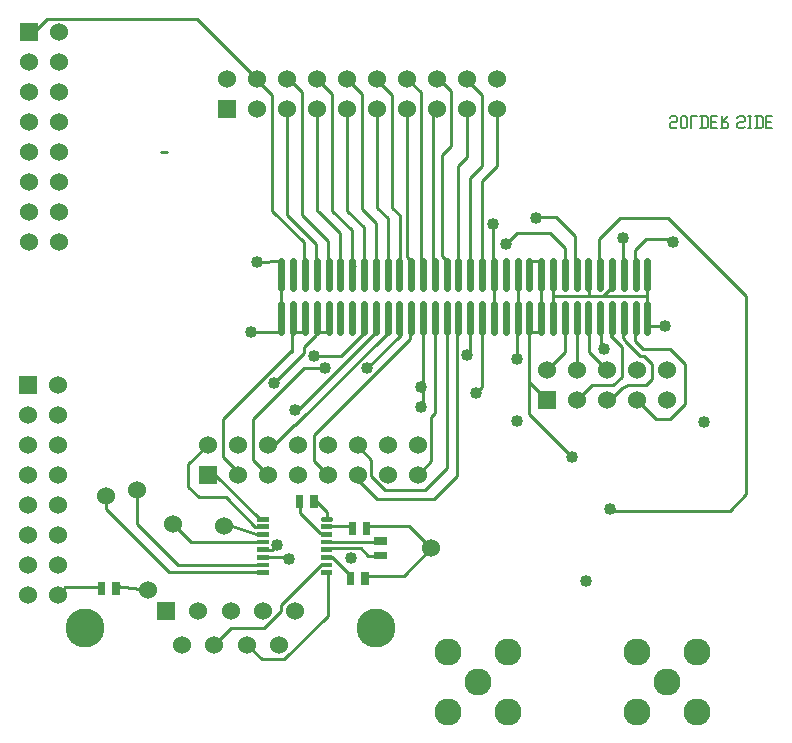
<source format=gbr>
G04 Title: RX Daughterboard, layergroup #1 *
G04 Creator: pcb-bin 1.99p *
G04 CreationDate: Thu Dec 30 23:48:06 2004 UTC *
G04 For: matt *
G04 Format: Gerber/RS-274X *
G04 PCB-Dimensions: 275000 250000 *
G04 PCB-Coordinate-Origin: lower left *
%MOIN*%
%FSLAX24Y24*%
G04 contains layers solder (0) *
%IPPOS*%
%ADD11C,0.0100*%
%ADD12C,0.0300*%
%ADD13R,0.0600X0.0600*%
%ADD14R,0.0660X0.0660*%
%ADD15R,0.0900X0.0900X0.0600X0.0600*%
%ADD16R,0.0900X0.0900*%
%ADD17C,0.0600*%
%ADD18C,0.0660*%
%ADD19C,0.0900X0.0600*%
%ADD20C,0.0900*%
%ADD21C,0.0125*%
%AMTHERM1*7,0,0,0.0900,0.0600,0.0125,45*%
%ADD22THERM1*%
%ADD23C,0.1300*%
%ADD24C,0.1360*%
%ADD25C,0.1600X0.1300*%
%ADD26C,0.1600*%
%ADD27C,0.0150*%
%ADD28C,0.0250*%
%ADD29C,0.0080*%
%AMTHERM2*7,0,0,0.0900,0.0600,0.0100,45*%
%ADD30THERM2*%
%ADD31C,0.0200*%
%ADD32R,0.0240X0.0240*%
%ADD33R,0.0440X0.0440*%
%ADD34R,0.0300X0.0300*%
%ADD35C,0.0060*%
%ADD36C,0.0160*%
%ADD37C,0.0460*%
%ADD38C,0.0220*%
%ADD39R,0.0160X0.0160*%
%ADD40R,0.0460X0.0460*%
%ADD41R,0.0220X0.0220*%
%ADD42C,0.0500*%
%ADD43R,0.0200X0.0200*%
%ADD44R,0.0500X0.0500*%
%ADD45R,0.0540X0.0540*%
%ADD46R,0.0650X0.0650*%
%ADD47R,0.0950X0.0950*%
%ADD48C,0.1200X0.0900*%
%ADD49C,0.1200*%
%AMTHERM3*7,0,0,0.1200,0.0900,0.0150,45*%
%ADD50THERM3*%
%ADD51C,0.0720*%
%ADD52C,0.0920X0.0720*%
%ADD53C,0.0920*%
%ADD54C,0.0240*%
%ADD55C,0.0340*%
%ADD56C,0.0119*%
%ADD57C,0.1320*%
%ADD58C,0.1100*%
%ADD59C,0.1520*%
%ADD60C,0.1520X0.1320*%
%ADD61C,0.0400*%
%ADD62C,0.0600X0.0400*%
%AMTHERM4*7,0,0,0.0600,0.0400,0.0100,45*%
%ADD63THERM4*%
%ADD64C,0.0800*%
%ADD65C,0.0800X0.0600*%
%AMTHERM5*7,0,0,0.0800,0.0600,0.0160,45*%
%ADD66THERM5*%
%LNGROUP_0*%
%LPD*%
G01X0Y0D02*
G54D11*X6400Y8350D02*Y9100D01*
X6750Y8000D02*X6400Y8350D01*
X7650Y8000D02*X6750D01*
X8630Y7020D02*X7650Y8000D01*
X9000Y7020D02*X8630D01*
X7300Y8750D02*X7100D01*
X8780Y7270D02*X7300Y8750D01*
X9200Y6250D02*X8950D01*
X9350Y6400D02*X9200Y6250D01*
X6490Y6510D02*X5900Y7100D01*
X8780Y6510D02*X6490D01*
X7650Y7100D02*X8750Y6750D01*
X6050Y5750D02*X8850D01*
X4700Y7100D02*Y8250D01*
X6050Y5750D02*X4700Y7100D01*
X6400Y9100D02*X7050Y9750D01*
X3650Y7600D02*Y8050D01*
X5750Y5500D02*X3650Y7600D01*
X8760Y5500D02*X5750D01*
X8780Y5480D02*X8760Y5500D01*
X13760Y7040D02*X14450Y6350D01*
X12340Y7040D02*X13760D01*
X13590Y5390D02*X14500Y6300D01*
X12290Y5390D02*X13590D01*
X9500Y4419D02*X10830Y5750D01*
X9500Y4225D02*Y4419D01*
X8924Y3650D02*X9500Y4225D01*
X7830Y3650D02*X8924D01*
X7270Y3090D02*X7830Y3650D01*
X11050Y4050D02*Y5450D01*
X9600Y2600D02*X11050Y4050D01*
X8840Y2600D02*X9600D01*
X8350Y3090D02*X8840Y2600D01*
X11200Y6000D02*X11800Y5400D01*
X11120Y6000D02*X11200D01*
X12400Y6050D02*X12700D01*
X12150Y6300D02*X12400Y6050D01*
X11170Y6300D02*X12150D01*
X11120Y6250D02*X11170Y6300D01*
X11130Y6500D02*X12850D01*
X11120Y6510D02*X11130Y6500D01*
X10930Y7050D02*X11800D01*
X10900Y7020D02*X10930Y7050D01*
X10110Y7480D02*X10790Y6800D01*
X10110Y7760D02*Y7480D01*
X11010Y7520D02*Y7280D01*
X10590Y7940D02*X11010Y7520D01*
X3990Y5040D02*X5060Y4910D01*
X9750Y6050D02*X9700Y6000D01*
X2050Y4750D02*X2300Y5000D01*
X9700Y6000D02*X8950D01*
X13042Y13518D02*X13043Y13500D01*
X10719Y10200D03*
X2300Y5000D02*X3500D01*
X14149Y11009D03*
X14050Y8750D03*
X15679Y12730D03*
X14150Y11010D03*
X17373Y13518D02*X17350Y13476D01*
X17373Y15881D02*Y13518D01*
X22300Y13700D02*X21704Y13718D01*
Y15881D02*Y13568D01*
X16549Y15917D02*X16550Y17050D01*
X16585Y15881D02*X16550Y15898D01*
X16585Y13518D02*Y15868D01*
X9499Y13518D02*X8500Y13500D01*
X9487Y15868D02*X8700Y15850D01*
X9499Y15881D02*X9487Y15850D01*
X9499Y15881D02*Y13518D01*
X10250Y12800D02*Y13000D01*
X9250Y11800D02*X10250Y12800D01*
X17750Y11850D02*Y11950D01*
X18350Y11250D02*X17750Y11850D01*
X17767Y10782D02*X19200Y9350D01*
X17767Y13518D02*X17767Y10782D01*
X18160Y15881D02*Y13518D01*
X17767D02*X18149D01*
X17767Y15881D02*X18160D01*
X12500Y9250D02*X12050Y9700D01*
X12500Y8705D02*Y9250D01*
X12955Y8250D02*X12500Y8705D01*
X14300Y8250D02*X12955D01*
X15011Y8961D02*X14300Y8250D01*
X15011Y13518D02*X15011Y8961D01*
X12000Y8650D02*Y8700D01*
X12700Y7950D02*X12000Y8650D01*
X14600Y7950D02*X12700D01*
X15350Y8700D02*X14600Y7950D01*
X15349Y13463D02*X15350Y8700D01*
X15404Y13518D02*X15350Y13444D01*
X13499Y13418D02*X13500Y13600D01*
X12350Y12300D02*X13499Y13418D01*
X10250Y12300D02*X10850D01*
X8550Y10600D02*X10250Y12300D01*
X8550Y9250D02*Y10600D01*
X9050Y8750D02*X8550Y9250D01*
X9600Y10080D03*
X12648Y13518D02*X10050Y10900D01*
X9849Y13518D02*X9893Y13500D01*
X10286Y15718D02*X10250Y15700D01*
X13799Y13280D02*X10719Y10200D01*
X10680Y15718D02*X10700Y15700D01*
X11500Y12700D02*X12255Y13492D01*
X11074Y15718D02*X11100Y15700D01*
X9269Y9750D02*X9600Y10080D01*
X11467Y15818D02*X11450Y15800D01*
X9600Y10080D02*X9919Y10400D01*
X11861Y15718D02*X11950Y15700D01*
X9969Y10400D02*X13009Y13459D01*
X12255Y15768D02*X12250Y15750D01*
X13009Y13486D02*X13043Y13500D01*
X13436Y13505D02*X13450Y13487D01*
X10719Y10200D02*X10600Y10080D01*
X12648Y15718D02*X12700Y15700D01*
X10600Y9200D02*X11050Y8750D01*
X13042Y15418D02*X13050Y15400D01*
X14224Y11084D02*X14150Y11010D01*
X13436Y15718D02*X13450Y15700D01*
X17349Y13494D02*X17350Y12600D01*
X13830Y15918D02*X13800Y15900D01*
X14500Y9200D02*X14050Y8750D01*
X14223Y15868D02*X14150Y15850D01*
X15799Y12850D02*X15679Y12730D01*
X14617Y15818D02*X14600Y15800D01*
X10250Y13000D02*X10649Y13418D01*
X15011Y15918D02*X15000Y15900D01*
X16192Y13545D02*X16169Y13550D01*
X15404Y15668D02*X15400Y15650D01*
X11700Y20950D02*Y17550D01*
X15798Y15868D02*X15800Y15850D01*
X9893Y13518D02*X9850Y13500D01*
X16192Y15818D02*X16200Y15800D01*
X9850Y12900D02*Y12850D01*
X19341Y15818D02*X19300Y15800D01*
X8050Y8750D02*Y8700D01*
X18948Y15768D02*X18950Y15750D01*
X14223Y13493D02*X14224Y11084D01*
X20129Y15818D02*X20100Y15800D01*
X8050Y8750D02*Y8700D01*
X20916Y15718D02*X20900Y15700D01*
X20350Y11250D02*X20450D01*
X14223Y13493D02*X14250Y13474D01*
X11700Y20950D02*Y21000D01*
X16192Y13518D02*X16200Y13500D01*
X16168Y13568D02*X16150Y13550D01*
X12700Y20950D02*Y20900D01*
X18948Y13518D02*X18950Y13500D01*
X19341Y13518D02*X19350Y13500D01*
X19735Y13468D02*X19750Y13450D01*
X14700Y20950D02*Y20900D01*
X20129Y13518D02*X20150Y13500D01*
X20499Y13518D02*X20523Y13500D01*
X20499Y13368D02*X20500Y13500D01*
X20916Y13518D02*X20900Y13500D01*
X21310Y13518D02*X21300Y13500D01*
X21310Y15868D02*X21300Y15850D01*
X14550Y20950D02*X14700D01*
X5500Y19500D02*X5700D01*
X19749Y14957D02*X19750Y14700D01*
X21700D01*
X18000Y17250D02*X18050D01*
X18000Y17300D02*Y17250D01*
X10649Y13518D02*X11049D01*
X10649Y13418D02*X10650Y13500D01*
X16192Y11660D02*X16069Y11536D01*
X16192Y13518D02*X16192Y11660D01*
X18554Y14971D02*Y14118D01*
X15798Y13518D02*X15799Y12850D01*
X18550Y14700D02*X20217D01*
X14500Y10691D02*Y9200D01*
Y10691D02*X14618Y10810D01*
X14617Y13518D02*X14618Y10810D01*
X20217Y14700D02*X20522Y15025D01*
X14149Y11009D02*X14150Y11010D01*
X14550Y20750D02*Y20950D01*
X8700Y21950D02*X6700Y23950D01*
X10600Y10080D02*Y9200D01*
X6700Y23950D02*X1700D01*
X13799Y13488D02*X13799Y13280D01*
X13799Y13488D02*X13830Y13500D01*
X1700Y23950D02*X1200Y23450D01*
X16700Y20950D02*Y20900D01*
X9919Y10400D02*X9969D01*
X1200Y23450D02*X1100D01*
X9050Y9750D02*X9269D01*
X10286Y13518D02*X10300Y13500D01*
X10600Y12700D02*X11500D01*
X8050Y8850D02*Y8750D01*
X7550Y9350D02*X8050Y8850D01*
X7550Y10600D02*Y9350D01*
X9850Y12900D02*X7550Y10600D01*
X19300Y16700D02*X18650Y17350D01*
X13436Y13518D02*X13450Y13487D01*
X9849Y13518D02*X9850Y12900D01*
X10299Y13518D02*X9893D01*
X16700Y19050D02*Y20900D01*
X16200Y18550D02*X16700Y19050D01*
X16199Y15818D02*X16200Y18550D01*
X15800Y18650D02*X15799Y15868D01*
X16200Y19050D02*X15800Y18650D01*
X16200Y21400D02*Y19050D01*
X15700Y21900D02*X16200Y21400D01*
X15700Y21950D02*Y21900D01*
X15400Y19050D02*X15399Y15668D01*
X15700Y19350D02*X15400Y19050D01*
X15700Y20950D02*Y19350D01*
X14850Y16050D02*X14999Y15918D01*
X14850Y19400D02*Y16050D01*
X15150Y19700D02*X14850Y19400D01*
X15150Y21550D02*Y19700D01*
X14750Y21950D02*X15150Y21550D01*
X14700Y21950D02*X14750D01*
X14549Y15818D02*X14600Y15800D01*
X14550Y20750D02*X14549Y15818D01*
X14700Y20900D02*X14550Y20750D01*
X14150Y21500D02*X14149Y15868D01*
X13700Y21950D02*X14150Y21500D01*
X13699Y16018D02*X13800Y15900D01*
X13700Y20950D02*X13699Y16018D01*
X13499Y15718D02*X13450Y15700D01*
X13449Y15768D02*X13500Y15700D01*
X13450Y17400D02*X13449Y15768D01*
X13200Y17650D02*X13450Y17400D01*
X13200Y21400D02*Y17650D01*
X12700Y21900D02*X13200Y21400D01*
X12700Y21950D02*Y21900D01*
X13050Y17300D02*X13049Y15418D01*
X12700Y17650D02*X13050Y17300D01*
X12700Y20900D02*Y17650D01*
X12649Y15768D02*X12700Y15700D01*
X12650Y17150D02*X12649Y15768D01*
X12200Y17600D02*X12650Y17150D01*
X12200Y21450D02*Y17600D01*
X11700Y21950D02*X12200Y21450D01*
X12250Y17000D02*X12249Y15768D01*
X11700Y17550D02*X12250Y17000D01*
X11700Y21000D02*Y20950D01*
X11849Y15818D02*X11950Y15700D01*
X11850Y16900D02*X11849Y15818D01*
X11200Y17550D02*X11850Y16900D01*
X11200Y21450D02*Y17550D01*
X10700Y21950D02*X11200Y21450D01*
X11450Y16800D02*X11449Y15818D01*
X10750Y17500D02*X11450Y16800D01*
X10700Y17550D02*X10750Y17500D01*
X10700Y20950D02*Y17550D01*
X11049Y15768D02*X11100Y15700D01*
X11050Y16550D02*X11049Y15768D01*
X10200Y17400D02*X11050Y16550D01*
X10200Y21500D02*Y17400D01*
X9750Y21950D02*X10200Y21500D01*
X9700Y21950D02*X9750D01*
X10649Y15768D02*X10700Y15700D01*
X10650Y16450D02*X10649Y15768D01*
X9700Y17400D02*X10650Y16450D01*
X9700Y20950D02*Y17400D01*
X10250Y16500D02*X10249Y15718D01*
X9200Y17550D02*X10250Y16500D01*
X9200Y21400D02*Y17550D01*
X8700Y21900D02*X9200Y21400D01*
X8700Y21950D02*Y21900D01*
X20850Y11650D02*X20450Y11250D01*
X21050Y11750D02*X20850Y11650D01*
X20150Y13050D02*X20250Y12950D01*
X21650Y11750D02*X21050D01*
X21850Y11950D02*X21650Y11750D01*
X21850Y12450D02*Y11950D01*
X21600Y12700D02*X21850Y12450D01*
X21450Y12700D02*X21600D01*
X20950Y13200D02*X21450Y12700D01*
X20950Y13250D02*Y13200D01*
X20900Y13300D02*X20950Y13250D01*
X20899Y13518D02*X20900Y13300D01*
X19850Y11750D02*X19350Y11250D01*
X20550Y11750D02*X19850D01*
X20850Y12000D02*X20550Y11750D01*
X20850Y13000D02*Y12000D01*
X20149Y13518D02*X20150Y13050D01*
X20499Y13368D02*X20850Y13000D01*
X20499Y13518D02*X20500Y13350D01*
X22000Y10600D02*X21350Y11250D01*
X22450Y10600D02*X22000D01*
X22950Y11100D02*X22450Y10600D01*
X22950Y12450D02*Y11100D01*
X22450Y12950D02*X22950Y12450D01*
X21550Y12950D02*X22450D01*
X21300Y13200D02*X21550Y12950D01*
X21299Y13518D02*X21300Y13250D01*
X19750Y12850D02*X20350Y12250D01*
X19749Y13468D02*X19750Y12850D01*
X19349Y13518D02*X19350Y12250D01*
X18950Y12850D02*X18350Y12250D01*
X18949Y13518D02*X18950Y12850D01*
X20500Y7550D02*X20450Y7600D01*
X24450Y7550D02*X20500D01*
X25000Y8100D02*X24450Y7550D01*
X25000Y14700D02*Y8100D01*
X22400Y17300D02*X25000Y14700D01*
X20800Y17300D02*X22400D01*
X20100Y16600D02*X20800Y17300D01*
X20099Y15818D02*X20100Y16600D01*
X14223Y13518D02*X14250Y13474D01*
X16199Y13518D02*X16150Y13550D01*
X18050Y17350D02*Y17250D01*
X19300Y16700D02*X19299Y15818D01*
X18650Y17350D02*X18050D01*
X17350Y16800D02*X17000Y16450D01*
X18450Y16800D02*X17350D01*
X18950Y16300D02*X18450Y16800D01*
X18949Y15768D02*X18950Y16300D01*
X20899Y15718D02*X20900Y16650D01*
X22450Y16600D02*X22550Y16500D01*
X21650Y16600D02*X22450D01*
X21300Y16250D02*X21650Y16600D01*
X21299Y15868D02*X21300Y16250D01*
X19735Y14971D02*X19750Y14938D01*
G04 Text: SOLDER SIDE *
G54D29*X22650Y20300D02*X22700Y20350D01*
X22500Y20300D02*X22650D01*
X22450Y20350D02*X22500Y20300D01*
X22450Y20350D02*Y20450D01*
X22500Y20500D01*
X22650D01*
X22700Y20550D01*
Y20650D01*
X22650Y20700D02*X22700Y20650D01*
X22500Y20700D02*X22650D01*
X22450Y20650D02*X22500Y20700D01*
X22820Y20350D02*Y20650D01*
Y20350D02*X22870Y20300D01*
X22970D01*
X23020Y20350D01*
Y20650D01*
X22970Y20700D02*X23020Y20650D01*
X22870Y20700D02*X22970D01*
X22820Y20650D02*X22870Y20700D01*
X23140Y20300D02*Y20700D01*
X23340D01*
X23510Y20300D02*Y20700D01*
X23660Y20300D02*X23710Y20350D01*
Y20650D01*
X23660Y20700D02*X23710Y20650D01*
X23460Y20700D02*X23660D01*
X23460Y20300D02*X23660D01*
X23830Y20500D02*X23980D01*
X23830Y20700D02*X24030D01*
X23830Y20300D02*Y20700D01*
Y20300D02*X24030D01*
X24150D02*X24350D01*
X24400Y20350D01*
Y20450D01*
X24350Y20500D02*X24400Y20450D01*
X24200Y20500D02*X24350D01*
X24200Y20300D02*Y20700D01*
Y20500D02*X24400Y20700D01*
X24900Y20300D02*X24950Y20350D01*
X24750Y20300D02*X24900D01*
X24700Y20350D02*X24750Y20300D01*
X24700Y20350D02*Y20450D01*
X24750Y20500D01*
X24900D01*
X24950Y20550D01*
Y20650D01*
X24900Y20700D02*X24950Y20650D01*
X24750Y20700D02*X24900D01*
X24700Y20650D02*X24750Y20700D01*
X25070Y20300D02*X25170D01*
X25120D02*Y20700D01*
X25070D02*X25170D01*
X25340Y20300D02*Y20700D01*
X25490Y20300D02*X25540Y20350D01*
Y20650D01*
X25490Y20700D02*X25540Y20650D01*
X25290Y20700D02*X25490D01*
X25290Y20300D02*X25490D01*
X25660Y20500D02*X25810D01*
X25660Y20700D02*X25860D01*
X25660Y20300D02*Y20700D01*
Y20300D02*X25860D01*
G54D13*X5650Y4210D03*
G54D17*X6730D03*
X7810D03*
X8890D03*
X9970D03*
X6190Y3090D03*
X7270D03*
X8350D03*
X9430D03*
G54D23*X2950Y3650D03*
X12670D03*
G54D13*X1100Y23500D03*
G54D17*X2100D03*
X1100Y22500D03*
X2100D03*
X1100Y21500D03*
X2100D03*
X1100Y20500D03*
X2100D03*
X1100Y19500D03*
X2100D03*
X1100Y18500D03*
X2100D03*
X1100Y17500D03*
X2100D03*
X1100Y16500D03*
X2100D03*
G54D13*X1050Y11750D03*
G54D17*X2050D03*
X1050Y10750D03*
X2050D03*
X1050Y9750D03*
X2050D03*
X1050Y8750D03*
X2050D03*
X1050Y7750D03*
X2050D03*
X1050Y6750D03*
X2050D03*
X1050Y5750D03*
X2050D03*
X1050Y4750D03*
X2050D03*
G54D13*X7050Y8750D03*
G54D17*Y9750D03*
X8050Y8750D03*
Y9750D03*
X9050Y8750D03*
Y9750D03*
X10050Y8750D03*
Y9750D03*
X11050Y8750D03*
Y9750D03*
X12050Y8750D03*
Y9750D03*
X13050Y8750D03*
Y9750D03*
X14050Y8750D03*
Y9750D03*
G54D20*X22350Y1850D03*
X21350Y2850D03*
X23350D03*
X21350Y850D03*
X23350D03*
X16050Y1850D03*
X15050Y2850D03*
X17050D03*
X15050Y850D03*
X17050D03*
G54D13*X18350Y11250D03*
G54D17*Y12250D03*
X19350Y11250D03*
Y12250D03*
X20350Y11250D03*
Y12250D03*
X21350Y11250D03*
Y12250D03*
X22350Y11250D03*
Y12250D03*
G54D13*X7700Y20950D03*
G54D17*Y21950D03*
X8700Y20950D03*
Y21950D03*
X9700Y20950D03*
Y21950D03*
X10700Y20950D03*
Y21950D03*
X11700Y20950D03*
Y21950D03*
X12700Y20950D03*
Y21950D03*
X13700Y20950D03*
Y21950D03*
X14700Y20950D03*
Y21950D03*
X15700Y20950D03*
Y21950D03*
X16700Y20950D03*
Y21950D03*
G54D61*X9250Y11800D03*
X22550Y16500D03*
X20900Y16650D03*
X17000Y16450D03*
X18000Y17300D03*
X20450Y7600D03*
X20250Y12950D03*
X10600Y12700D03*
X14149Y11009D03*
X16550Y17100D03*
X15679Y12730D03*
X15990Y11460D03*
X12350Y12300D03*
X9950Y10900D03*
X10950Y12300D03*
X19200Y9350D03*
X14149Y11660D03*
G54D17*X7600Y7050D03*
G54D61*X11828Y5970D03*
X8700Y15850D03*
X8500Y13500D03*
X19650Y5200D03*
X22300Y13700D03*
X17350Y12600D03*
X23600Y10500D03*
X17350Y10550D03*
G54D17*X14500Y6300D03*
X5060Y4910D03*
X3650Y8050D03*
X4700Y8250D03*
X5900Y7100D03*
G54D61*X9350Y6400D03*
X9750Y5950D03*
G54D32*X3990Y5040D02*Y4860D01*
X3510Y5040D02*Y4860D01*
G54D36*X10900Y7280D02*X11120D01*
G54D39*X10900Y7020D02*X11120D01*
X10900Y6770D02*X11120D01*
X10900Y6510D02*X11120D01*
X10900Y6250D02*X11120D01*
X10900Y6000D02*X11120D01*
X10900Y5740D02*X11120D01*
X10900Y5490D02*X11120D01*
X8780Y5480D02*X9000D01*
X8780Y5740D02*X9000D01*
X8780Y5990D02*X9000D01*
X8780Y6250D02*X9000D01*
X8780Y6510D02*X9000D01*
X8780Y6760D02*X9000D01*
X8780Y7020D02*X9000D01*
X8780Y7270D02*X9000D01*
G54D32*X12710Y6540D02*X12890D01*
X12710Y6060D02*X12890D01*
X10590Y7940D02*Y7760D01*
X10110Y7940D02*Y7760D01*
X11810Y5390D02*Y5210D01*
X12290Y5390D02*Y5210D01*
X11860Y7040D02*Y6860D01*
X12340Y7040D02*Y6860D01*
G54D54*X9499Y14428D02*Y13518D01*
X21704Y15881D02*Y14971D01*
X10286Y14428D02*Y13518D01*
X9893Y14428D02*Y13518D01*
X10680Y14428D02*Y13518D01*
X9499Y15881D02*Y14971D01*
X11074Y14428D02*Y13518D01*
X10286Y15881D02*Y14971D01*
X11467Y14428D02*Y13518D01*
X10680Y15881D02*Y14971D01*
X11861Y14428D02*Y13518D01*
X11074Y15881D02*Y14971D01*
X12255Y14428D02*Y13518D01*
X11467Y15881D02*Y14971D01*
X12648Y14428D02*Y13518D01*
X11861Y15881D02*Y14971D01*
X13042Y14428D02*Y13518D01*
X12255Y15881D02*Y14971D01*
X13436Y14428D02*Y13518D01*
X12648Y15881D02*Y14971D01*
X13042Y15881D02*Y14971D01*
X13436Y15881D02*Y14971D01*
X13830Y15881D02*Y14971D01*
X14223Y15881D02*Y14971D01*
X14617Y15881D02*Y14971D01*
X15011Y15881D02*Y14971D01*
X15404Y15881D02*Y14971D01*
X15798Y15881D02*Y14971D01*
X16192Y15881D02*Y14971D01*
X16585Y15881D02*Y14971D01*
X16979Y15881D02*Y14971D01*
X17373Y15881D02*Y14971D01*
X17767Y15881D02*Y14971D01*
X18160Y15881D02*Y14971D01*
X18554Y15881D02*Y14971D01*
X19341Y15881D02*Y14971D01*
X18948Y15881D02*Y14971D01*
X19735Y15881D02*Y14971D01*
X20129Y15881D02*Y14971D01*
X20522Y15881D02*Y14971D01*
X20916Y15881D02*Y14971D01*
X9893Y15881D02*Y14971D01*
X13830Y14428D02*Y13518D01*
X14223Y14428D02*Y13518D01*
X14617Y14428D02*Y13518D01*
X15011Y14428D02*Y13518D01*
X15404Y14428D02*Y13518D01*
X15798Y14428D02*Y13518D01*
X16192Y14428D02*Y13518D01*
X16585Y14428D02*Y13518D01*
X16979Y14428D02*Y13518D01*
X17373Y14428D02*Y13518D01*
X17767Y14428D02*Y13518D01*
X18160Y14428D02*Y13518D01*
X18554Y14428D02*Y13518D01*
X18948Y14428D02*Y13518D01*
X19341Y14428D02*Y13518D01*
X19735Y14428D02*Y13518D01*
X20129Y14428D02*Y13518D01*
X20522Y14428D02*Y13518D01*
X20916Y14428D02*Y13518D01*
X21310Y14428D02*Y13518D01*
X21704Y14428D02*Y13518D01*
X21310Y15881D02*Y14971D01*
M02*

</source>
